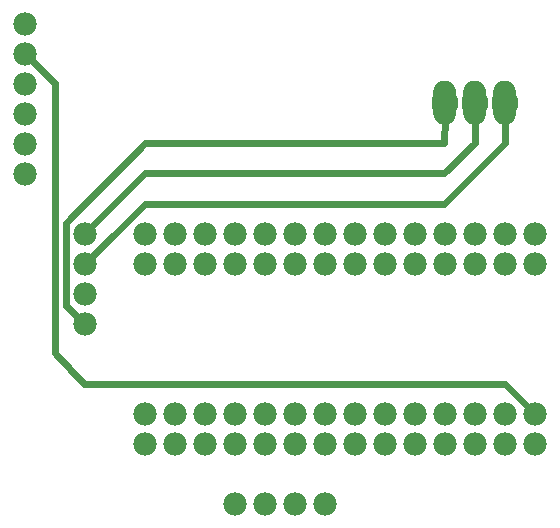
<source format=gtl>
G04 MADE WITH FRITZING*
G04 WWW.FRITZING.ORG*
G04 DOUBLE SIDED*
G04 HOLES PLATED*
G04 CONTOUR ON CENTER OF CONTOUR VECTOR*
%ASAXBY*%
%FSLAX23Y23*%
%MOIN*%
%OFA0B0*%
%SFA1.0B1.0*%
%ADD10C,0.078000*%
%ADD11C,0.090551*%
%ADD12C,0.024000*%
%ADD13R,0.001000X0.001000*%
%LNCOPPER1*%
G90*
G70*
G54D10*
X1779Y438D03*
X1679Y438D03*
X1579Y438D03*
X1479Y438D03*
X1379Y438D03*
X1279Y438D03*
X1179Y438D03*
X1079Y438D03*
X979Y438D03*
X879Y438D03*
X779Y438D03*
X679Y438D03*
X579Y438D03*
X479Y438D03*
X1779Y438D03*
X1679Y438D03*
X1579Y438D03*
X1479Y438D03*
X1379Y438D03*
X1279Y438D03*
X1179Y438D03*
X1079Y438D03*
X979Y438D03*
X879Y438D03*
X779Y438D03*
X679Y438D03*
X579Y438D03*
X479Y438D03*
X1779Y338D03*
X1679Y338D03*
X1579Y338D03*
X1479Y338D03*
X1379Y338D03*
X1279Y338D03*
X1179Y338D03*
X1079Y338D03*
X979Y338D03*
X879Y338D03*
X779Y338D03*
X679Y338D03*
X579Y338D03*
X479Y338D03*
X1779Y338D03*
X1679Y338D03*
X1579Y338D03*
X1479Y338D03*
X1379Y338D03*
X1279Y338D03*
X1179Y338D03*
X1079Y338D03*
X979Y338D03*
X879Y338D03*
X779Y338D03*
X679Y338D03*
X579Y338D03*
X479Y338D03*
X1779Y938D03*
X1679Y938D03*
X1579Y938D03*
X1479Y938D03*
X1379Y938D03*
X1279Y938D03*
X1179Y938D03*
X1079Y938D03*
X979Y938D03*
X879Y938D03*
X779Y938D03*
X679Y938D03*
X579Y938D03*
X479Y938D03*
X1779Y938D03*
X1679Y938D03*
X1579Y938D03*
X1479Y938D03*
X1379Y938D03*
X1279Y938D03*
X1179Y938D03*
X1079Y938D03*
X979Y938D03*
X879Y938D03*
X779Y938D03*
X679Y938D03*
X579Y938D03*
X479Y938D03*
X1779Y1038D03*
X1679Y1038D03*
X1579Y1038D03*
X1479Y1038D03*
X1379Y1038D03*
X1279Y1038D03*
X1179Y1038D03*
X1079Y1038D03*
X979Y1038D03*
X879Y1038D03*
X779Y1038D03*
X679Y1038D03*
X579Y1038D03*
X479Y1038D03*
X1779Y1038D03*
X1679Y1038D03*
X1579Y1038D03*
X1479Y1038D03*
X1379Y1038D03*
X1279Y1038D03*
X1179Y1038D03*
X1079Y1038D03*
X979Y1038D03*
X879Y1038D03*
X779Y1038D03*
X679Y1038D03*
X579Y1038D03*
X479Y1038D03*
G54D11*
X1679Y1473D03*
X1579Y1473D03*
X1479Y1473D03*
X1679Y1473D03*
X1579Y1473D03*
X1479Y1473D03*
G54D10*
X279Y738D03*
X279Y838D03*
X279Y938D03*
X279Y1038D03*
X279Y738D03*
X279Y838D03*
X279Y938D03*
X279Y1038D03*
X1079Y138D03*
X979Y138D03*
X879Y138D03*
X779Y138D03*
X1079Y138D03*
X979Y138D03*
X879Y138D03*
X779Y138D03*
X79Y1738D03*
X79Y1638D03*
X79Y1538D03*
X79Y1438D03*
X79Y1338D03*
X79Y1238D03*
X79Y1738D03*
X79Y1638D03*
X79Y1538D03*
X79Y1438D03*
X79Y1338D03*
X79Y1238D03*
G54D12*
X1679Y1340D02*
X1679Y1425D01*
D02*
X380Y1038D02*
X479Y1137D01*
D02*
X479Y1137D02*
X1476Y1137D01*
D02*
X1476Y1137D02*
X1679Y1340D01*
D02*
X300Y959D02*
X380Y1038D01*
D02*
X479Y1241D02*
X1476Y1241D01*
D02*
X1580Y1340D02*
X1579Y1425D01*
D02*
X1476Y1241D02*
X1580Y1340D01*
D02*
X300Y1060D02*
X479Y1241D01*
D02*
X217Y797D02*
X216Y1075D01*
D02*
X216Y1075D02*
X479Y1340D01*
D02*
X479Y1340D02*
X1476Y1340D01*
D02*
X1476Y1340D02*
X1478Y1425D01*
D02*
X257Y759D02*
X217Y797D01*
D02*
X178Y640D02*
X179Y1539D01*
D02*
X277Y538D02*
X178Y640D01*
D02*
X179Y1539D02*
X100Y1617D01*
D02*
X1680Y538D02*
X277Y538D01*
D02*
X1757Y460D02*
X1680Y538D01*
G54D13*
X1472Y1548D02*
X1483Y1548D01*
X1572Y1548D02*
X1583Y1548D01*
X1672Y1548D02*
X1683Y1548D01*
X1468Y1547D02*
X1488Y1547D01*
X1568Y1547D02*
X1588Y1547D01*
X1668Y1547D02*
X1688Y1547D01*
X1465Y1546D02*
X1491Y1546D01*
X1565Y1546D02*
X1591Y1546D01*
X1665Y1546D02*
X1691Y1546D01*
X1463Y1545D02*
X1493Y1545D01*
X1563Y1545D02*
X1593Y1545D01*
X1663Y1545D02*
X1693Y1545D01*
X1461Y1544D02*
X1495Y1544D01*
X1561Y1544D02*
X1595Y1544D01*
X1661Y1544D02*
X1695Y1544D01*
X1459Y1543D02*
X1497Y1543D01*
X1559Y1543D02*
X1597Y1543D01*
X1659Y1543D02*
X1697Y1543D01*
X1457Y1542D02*
X1498Y1542D01*
X1557Y1542D02*
X1598Y1542D01*
X1657Y1542D02*
X1698Y1542D01*
X1456Y1541D02*
X1500Y1541D01*
X1556Y1541D02*
X1600Y1541D01*
X1656Y1541D02*
X1700Y1541D01*
X1455Y1540D02*
X1501Y1540D01*
X1555Y1540D02*
X1601Y1540D01*
X1655Y1540D02*
X1701Y1540D01*
X1454Y1539D02*
X1502Y1539D01*
X1554Y1539D02*
X1602Y1539D01*
X1654Y1539D02*
X1702Y1539D01*
X1452Y1538D02*
X1503Y1538D01*
X1552Y1538D02*
X1603Y1538D01*
X1652Y1538D02*
X1703Y1538D01*
X1451Y1537D02*
X1504Y1537D01*
X1551Y1537D02*
X1604Y1537D01*
X1651Y1537D02*
X1704Y1537D01*
X1451Y1536D02*
X1505Y1536D01*
X1551Y1536D02*
X1605Y1536D01*
X1651Y1536D02*
X1705Y1536D01*
X1450Y1535D02*
X1506Y1535D01*
X1550Y1535D02*
X1606Y1535D01*
X1650Y1535D02*
X1706Y1535D01*
X1449Y1534D02*
X1507Y1534D01*
X1549Y1534D02*
X1607Y1534D01*
X1649Y1534D02*
X1707Y1534D01*
X1448Y1533D02*
X1507Y1533D01*
X1548Y1533D02*
X1607Y1533D01*
X1648Y1533D02*
X1707Y1533D01*
X1447Y1532D02*
X1508Y1532D01*
X1547Y1532D02*
X1608Y1532D01*
X1647Y1532D02*
X1708Y1532D01*
X1447Y1531D02*
X1509Y1531D01*
X1547Y1531D02*
X1609Y1531D01*
X1647Y1531D02*
X1709Y1531D01*
X1446Y1530D02*
X1509Y1530D01*
X1546Y1530D02*
X1609Y1530D01*
X1646Y1530D02*
X1709Y1530D01*
X1446Y1529D02*
X1510Y1529D01*
X1546Y1529D02*
X1610Y1529D01*
X1646Y1529D02*
X1710Y1529D01*
X1445Y1528D02*
X1510Y1528D01*
X1545Y1528D02*
X1610Y1528D01*
X1645Y1528D02*
X1710Y1528D01*
X1445Y1527D02*
X1511Y1527D01*
X1545Y1527D02*
X1611Y1527D01*
X1645Y1527D02*
X1711Y1527D01*
X1444Y1526D02*
X1511Y1526D01*
X1544Y1526D02*
X1611Y1526D01*
X1644Y1526D02*
X1711Y1526D01*
X1444Y1525D02*
X1512Y1525D01*
X1544Y1525D02*
X1612Y1525D01*
X1644Y1525D02*
X1712Y1525D01*
X1443Y1524D02*
X1512Y1524D01*
X1543Y1524D02*
X1612Y1524D01*
X1643Y1524D02*
X1712Y1524D01*
X1443Y1523D02*
X1512Y1523D01*
X1543Y1523D02*
X1612Y1523D01*
X1643Y1523D02*
X1712Y1523D01*
X1443Y1522D02*
X1513Y1522D01*
X1543Y1522D02*
X1613Y1522D01*
X1643Y1522D02*
X1713Y1522D01*
X1443Y1521D02*
X1513Y1521D01*
X1543Y1521D02*
X1613Y1521D01*
X1643Y1521D02*
X1713Y1521D01*
X1442Y1520D02*
X1513Y1520D01*
X1542Y1520D02*
X1613Y1520D01*
X1642Y1520D02*
X1713Y1520D01*
X1442Y1519D02*
X1514Y1519D01*
X1542Y1519D02*
X1614Y1519D01*
X1642Y1519D02*
X1713Y1519D01*
X1442Y1518D02*
X1514Y1518D01*
X1542Y1518D02*
X1614Y1518D01*
X1642Y1518D02*
X1714Y1518D01*
X1442Y1517D02*
X1514Y1517D01*
X1542Y1517D02*
X1614Y1517D01*
X1642Y1517D02*
X1714Y1517D01*
X1442Y1516D02*
X1514Y1516D01*
X1542Y1516D02*
X1614Y1516D01*
X1642Y1516D02*
X1714Y1516D01*
X1441Y1515D02*
X1514Y1515D01*
X1541Y1515D02*
X1614Y1515D01*
X1641Y1515D02*
X1714Y1515D01*
X1441Y1514D02*
X1514Y1514D01*
X1541Y1514D02*
X1614Y1514D01*
X1641Y1514D02*
X1714Y1514D01*
X1441Y1513D02*
X1514Y1513D01*
X1541Y1513D02*
X1614Y1513D01*
X1641Y1513D02*
X1714Y1513D01*
X1441Y1512D02*
X1514Y1512D01*
X1541Y1512D02*
X1614Y1512D01*
X1641Y1512D02*
X1714Y1512D01*
X1441Y1511D02*
X1514Y1511D01*
X1541Y1511D02*
X1614Y1511D01*
X1641Y1511D02*
X1714Y1511D01*
X1441Y1510D02*
X1514Y1510D01*
X1541Y1510D02*
X1614Y1510D01*
X1641Y1510D02*
X1714Y1510D01*
X1441Y1509D02*
X1514Y1509D01*
X1541Y1509D02*
X1614Y1509D01*
X1641Y1509D02*
X1714Y1509D01*
X1441Y1508D02*
X1514Y1508D01*
X1541Y1508D02*
X1614Y1508D01*
X1641Y1508D02*
X1714Y1508D01*
X1441Y1507D02*
X1514Y1507D01*
X1541Y1507D02*
X1614Y1507D01*
X1641Y1507D02*
X1714Y1507D01*
X1441Y1506D02*
X1514Y1506D01*
X1541Y1506D02*
X1614Y1506D01*
X1641Y1506D02*
X1714Y1506D01*
X1441Y1505D02*
X1514Y1505D01*
X1541Y1505D02*
X1614Y1505D01*
X1641Y1505D02*
X1714Y1505D01*
X1441Y1504D02*
X1514Y1504D01*
X1541Y1504D02*
X1614Y1504D01*
X1641Y1504D02*
X1714Y1504D01*
X1441Y1503D02*
X1514Y1503D01*
X1541Y1503D02*
X1614Y1503D01*
X1641Y1503D02*
X1714Y1503D01*
X1441Y1502D02*
X1514Y1502D01*
X1541Y1502D02*
X1614Y1502D01*
X1641Y1502D02*
X1714Y1502D01*
X1441Y1501D02*
X1514Y1501D01*
X1541Y1501D02*
X1614Y1501D01*
X1641Y1501D02*
X1714Y1501D01*
X1441Y1500D02*
X1514Y1500D01*
X1541Y1500D02*
X1614Y1500D01*
X1641Y1500D02*
X1714Y1500D01*
X1441Y1499D02*
X1514Y1499D01*
X1541Y1499D02*
X1614Y1499D01*
X1641Y1499D02*
X1714Y1499D01*
X1441Y1498D02*
X1514Y1498D01*
X1541Y1498D02*
X1614Y1498D01*
X1641Y1498D02*
X1714Y1498D01*
X1441Y1497D02*
X1514Y1497D01*
X1541Y1497D02*
X1614Y1497D01*
X1641Y1497D02*
X1714Y1497D01*
X1441Y1496D02*
X1473Y1496D01*
X1483Y1496D02*
X1514Y1496D01*
X1541Y1496D02*
X1573Y1496D01*
X1583Y1496D02*
X1614Y1496D01*
X1641Y1496D02*
X1673Y1496D01*
X1683Y1496D02*
X1714Y1496D01*
X1441Y1495D02*
X1469Y1495D01*
X1486Y1495D02*
X1514Y1495D01*
X1541Y1495D02*
X1569Y1495D01*
X1586Y1495D02*
X1614Y1495D01*
X1641Y1495D02*
X1669Y1495D01*
X1686Y1495D02*
X1714Y1495D01*
X1441Y1494D02*
X1467Y1494D01*
X1488Y1494D02*
X1514Y1494D01*
X1541Y1494D02*
X1567Y1494D01*
X1588Y1494D02*
X1614Y1494D01*
X1641Y1494D02*
X1667Y1494D01*
X1688Y1494D02*
X1714Y1494D01*
X1441Y1493D02*
X1465Y1493D01*
X1490Y1493D02*
X1514Y1493D01*
X1541Y1493D02*
X1565Y1493D01*
X1590Y1493D02*
X1614Y1493D01*
X1641Y1493D02*
X1665Y1493D01*
X1690Y1493D02*
X1714Y1493D01*
X1441Y1492D02*
X1464Y1492D01*
X1492Y1492D02*
X1514Y1492D01*
X1541Y1492D02*
X1564Y1492D01*
X1592Y1492D02*
X1614Y1492D01*
X1641Y1492D02*
X1664Y1492D01*
X1692Y1492D02*
X1714Y1492D01*
X1441Y1491D02*
X1463Y1491D01*
X1493Y1491D02*
X1514Y1491D01*
X1541Y1491D02*
X1563Y1491D01*
X1593Y1491D02*
X1614Y1491D01*
X1641Y1491D02*
X1663Y1491D01*
X1693Y1491D02*
X1714Y1491D01*
X1441Y1490D02*
X1462Y1490D01*
X1494Y1490D02*
X1514Y1490D01*
X1541Y1490D02*
X1562Y1490D01*
X1594Y1490D02*
X1614Y1490D01*
X1641Y1490D02*
X1662Y1490D01*
X1694Y1490D02*
X1714Y1490D01*
X1441Y1489D02*
X1461Y1489D01*
X1495Y1489D02*
X1514Y1489D01*
X1541Y1489D02*
X1561Y1489D01*
X1595Y1489D02*
X1614Y1489D01*
X1641Y1489D02*
X1661Y1489D01*
X1695Y1489D02*
X1714Y1489D01*
X1441Y1488D02*
X1460Y1488D01*
X1496Y1488D02*
X1514Y1488D01*
X1541Y1488D02*
X1560Y1488D01*
X1596Y1488D02*
X1614Y1488D01*
X1641Y1488D02*
X1660Y1488D01*
X1696Y1488D02*
X1714Y1488D01*
X1441Y1487D02*
X1459Y1487D01*
X1496Y1487D02*
X1514Y1487D01*
X1541Y1487D02*
X1559Y1487D01*
X1596Y1487D02*
X1614Y1487D01*
X1641Y1487D02*
X1659Y1487D01*
X1696Y1487D02*
X1714Y1487D01*
X1441Y1486D02*
X1459Y1486D01*
X1497Y1486D02*
X1514Y1486D01*
X1541Y1486D02*
X1559Y1486D01*
X1597Y1486D02*
X1614Y1486D01*
X1641Y1486D02*
X1659Y1486D01*
X1697Y1486D02*
X1714Y1486D01*
X1441Y1485D02*
X1458Y1485D01*
X1498Y1485D02*
X1514Y1485D01*
X1541Y1485D02*
X1558Y1485D01*
X1598Y1485D02*
X1614Y1485D01*
X1641Y1485D02*
X1658Y1485D01*
X1697Y1485D02*
X1714Y1485D01*
X1441Y1484D02*
X1458Y1484D01*
X1498Y1484D02*
X1514Y1484D01*
X1541Y1484D02*
X1557Y1484D01*
X1598Y1484D02*
X1614Y1484D01*
X1641Y1484D02*
X1657Y1484D01*
X1698Y1484D02*
X1714Y1484D01*
X1441Y1483D02*
X1457Y1483D01*
X1499Y1483D02*
X1514Y1483D01*
X1541Y1483D02*
X1557Y1483D01*
X1599Y1483D02*
X1614Y1483D01*
X1641Y1483D02*
X1657Y1483D01*
X1699Y1483D02*
X1714Y1483D01*
X1441Y1482D02*
X1457Y1482D01*
X1499Y1482D02*
X1514Y1482D01*
X1541Y1482D02*
X1557Y1482D01*
X1599Y1482D02*
X1614Y1482D01*
X1641Y1482D02*
X1657Y1482D01*
X1699Y1482D02*
X1714Y1482D01*
X1441Y1481D02*
X1456Y1481D01*
X1499Y1481D02*
X1514Y1481D01*
X1541Y1481D02*
X1556Y1481D01*
X1599Y1481D02*
X1614Y1481D01*
X1641Y1481D02*
X1656Y1481D01*
X1699Y1481D02*
X1714Y1481D01*
X1441Y1480D02*
X1456Y1480D01*
X1500Y1480D02*
X1514Y1480D01*
X1541Y1480D02*
X1556Y1480D01*
X1600Y1480D02*
X1614Y1480D01*
X1641Y1480D02*
X1656Y1480D01*
X1699Y1480D02*
X1714Y1480D01*
X1441Y1479D02*
X1456Y1479D01*
X1500Y1479D02*
X1514Y1479D01*
X1541Y1479D02*
X1556Y1479D01*
X1600Y1479D02*
X1614Y1479D01*
X1641Y1479D02*
X1656Y1479D01*
X1700Y1479D02*
X1714Y1479D01*
X1441Y1478D02*
X1456Y1478D01*
X1500Y1478D02*
X1514Y1478D01*
X1541Y1478D02*
X1556Y1478D01*
X1600Y1478D02*
X1614Y1478D01*
X1641Y1478D02*
X1656Y1478D01*
X1700Y1478D02*
X1714Y1478D01*
X1441Y1477D02*
X1455Y1477D01*
X1500Y1477D02*
X1514Y1477D01*
X1541Y1477D02*
X1555Y1477D01*
X1600Y1477D02*
X1614Y1477D01*
X1641Y1477D02*
X1655Y1477D01*
X1700Y1477D02*
X1714Y1477D01*
X1441Y1476D02*
X1455Y1476D01*
X1500Y1476D02*
X1514Y1476D01*
X1541Y1476D02*
X1555Y1476D01*
X1600Y1476D02*
X1614Y1476D01*
X1641Y1476D02*
X1655Y1476D01*
X1700Y1476D02*
X1714Y1476D01*
X1441Y1475D02*
X1455Y1475D01*
X1500Y1475D02*
X1514Y1475D01*
X1541Y1475D02*
X1555Y1475D01*
X1600Y1475D02*
X1614Y1475D01*
X1641Y1475D02*
X1655Y1475D01*
X1700Y1475D02*
X1714Y1475D01*
X1441Y1474D02*
X1455Y1474D01*
X1500Y1474D02*
X1514Y1474D01*
X1541Y1474D02*
X1555Y1474D01*
X1600Y1474D02*
X1614Y1474D01*
X1641Y1474D02*
X1655Y1474D01*
X1700Y1474D02*
X1714Y1474D01*
X1441Y1473D02*
X1455Y1473D01*
X1500Y1473D02*
X1514Y1473D01*
X1541Y1473D02*
X1555Y1473D01*
X1600Y1473D02*
X1614Y1473D01*
X1641Y1473D02*
X1655Y1473D01*
X1700Y1473D02*
X1714Y1473D01*
X1441Y1472D02*
X1455Y1472D01*
X1500Y1472D02*
X1514Y1472D01*
X1541Y1472D02*
X1555Y1472D01*
X1600Y1472D02*
X1614Y1472D01*
X1641Y1472D02*
X1655Y1472D01*
X1700Y1472D02*
X1714Y1472D01*
X1441Y1471D02*
X1456Y1471D01*
X1500Y1471D02*
X1514Y1471D01*
X1541Y1471D02*
X1556Y1471D01*
X1600Y1471D02*
X1614Y1471D01*
X1641Y1471D02*
X1656Y1471D01*
X1700Y1471D02*
X1714Y1471D01*
X1441Y1470D02*
X1456Y1470D01*
X1500Y1470D02*
X1514Y1470D01*
X1541Y1470D02*
X1556Y1470D01*
X1600Y1470D02*
X1614Y1470D01*
X1641Y1470D02*
X1656Y1470D01*
X1700Y1470D02*
X1714Y1470D01*
X1441Y1469D02*
X1456Y1469D01*
X1499Y1469D02*
X1514Y1469D01*
X1541Y1469D02*
X1556Y1469D01*
X1599Y1469D02*
X1614Y1469D01*
X1641Y1469D02*
X1656Y1469D01*
X1699Y1469D02*
X1714Y1469D01*
X1441Y1468D02*
X1456Y1468D01*
X1499Y1468D02*
X1514Y1468D01*
X1541Y1468D02*
X1556Y1468D01*
X1599Y1468D02*
X1614Y1468D01*
X1641Y1468D02*
X1656Y1468D01*
X1699Y1468D02*
X1714Y1468D01*
X1441Y1467D02*
X1457Y1467D01*
X1499Y1467D02*
X1514Y1467D01*
X1541Y1467D02*
X1557Y1467D01*
X1599Y1467D02*
X1614Y1467D01*
X1641Y1467D02*
X1657Y1467D01*
X1699Y1467D02*
X1714Y1467D01*
X1441Y1466D02*
X1457Y1466D01*
X1499Y1466D02*
X1514Y1466D01*
X1541Y1466D02*
X1557Y1466D01*
X1599Y1466D02*
X1614Y1466D01*
X1641Y1466D02*
X1657Y1466D01*
X1699Y1466D02*
X1714Y1466D01*
X1441Y1465D02*
X1458Y1465D01*
X1498Y1465D02*
X1514Y1465D01*
X1541Y1465D02*
X1558Y1465D01*
X1598Y1465D02*
X1614Y1465D01*
X1641Y1465D02*
X1658Y1465D01*
X1698Y1465D02*
X1714Y1465D01*
X1441Y1464D02*
X1458Y1464D01*
X1497Y1464D02*
X1514Y1464D01*
X1541Y1464D02*
X1558Y1464D01*
X1597Y1464D02*
X1614Y1464D01*
X1641Y1464D02*
X1658Y1464D01*
X1697Y1464D02*
X1714Y1464D01*
X1441Y1463D02*
X1459Y1463D01*
X1497Y1463D02*
X1514Y1463D01*
X1541Y1463D02*
X1559Y1463D01*
X1597Y1463D02*
X1614Y1463D01*
X1641Y1463D02*
X1659Y1463D01*
X1697Y1463D02*
X1714Y1463D01*
X1441Y1462D02*
X1459Y1462D01*
X1496Y1462D02*
X1514Y1462D01*
X1541Y1462D02*
X1559Y1462D01*
X1596Y1462D02*
X1614Y1462D01*
X1641Y1462D02*
X1659Y1462D01*
X1696Y1462D02*
X1714Y1462D01*
X1441Y1461D02*
X1460Y1461D01*
X1495Y1461D02*
X1514Y1461D01*
X1541Y1461D02*
X1560Y1461D01*
X1595Y1461D02*
X1614Y1461D01*
X1641Y1461D02*
X1660Y1461D01*
X1695Y1461D02*
X1714Y1461D01*
X1441Y1460D02*
X1461Y1460D01*
X1495Y1460D02*
X1514Y1460D01*
X1541Y1460D02*
X1561Y1460D01*
X1595Y1460D02*
X1614Y1460D01*
X1641Y1460D02*
X1661Y1460D01*
X1695Y1460D02*
X1714Y1460D01*
X1441Y1459D02*
X1462Y1459D01*
X1494Y1459D02*
X1514Y1459D01*
X1541Y1459D02*
X1562Y1459D01*
X1594Y1459D02*
X1614Y1459D01*
X1641Y1459D02*
X1662Y1459D01*
X1694Y1459D02*
X1714Y1459D01*
X1441Y1458D02*
X1463Y1458D01*
X1493Y1458D02*
X1514Y1458D01*
X1541Y1458D02*
X1563Y1458D01*
X1593Y1458D02*
X1614Y1458D01*
X1641Y1458D02*
X1663Y1458D01*
X1693Y1458D02*
X1714Y1458D01*
X1441Y1457D02*
X1464Y1457D01*
X1491Y1457D02*
X1514Y1457D01*
X1541Y1457D02*
X1564Y1457D01*
X1591Y1457D02*
X1614Y1457D01*
X1641Y1457D02*
X1664Y1457D01*
X1691Y1457D02*
X1714Y1457D01*
X1441Y1456D02*
X1466Y1456D01*
X1490Y1456D02*
X1514Y1456D01*
X1541Y1456D02*
X1566Y1456D01*
X1590Y1456D02*
X1614Y1456D01*
X1641Y1456D02*
X1666Y1456D01*
X1690Y1456D02*
X1714Y1456D01*
X1441Y1455D02*
X1467Y1455D01*
X1488Y1455D02*
X1514Y1455D01*
X1541Y1455D02*
X1567Y1455D01*
X1588Y1455D02*
X1614Y1455D01*
X1641Y1455D02*
X1667Y1455D01*
X1688Y1455D02*
X1714Y1455D01*
X1441Y1454D02*
X1470Y1454D01*
X1486Y1454D02*
X1514Y1454D01*
X1541Y1454D02*
X1570Y1454D01*
X1586Y1454D02*
X1614Y1454D01*
X1641Y1454D02*
X1670Y1454D01*
X1686Y1454D02*
X1714Y1454D01*
X1441Y1453D02*
X1473Y1453D01*
X1483Y1453D02*
X1514Y1453D01*
X1541Y1453D02*
X1573Y1453D01*
X1583Y1453D02*
X1614Y1453D01*
X1641Y1453D02*
X1673Y1453D01*
X1683Y1453D02*
X1714Y1453D01*
X1441Y1452D02*
X1514Y1452D01*
X1541Y1452D02*
X1614Y1452D01*
X1641Y1452D02*
X1714Y1452D01*
X1441Y1451D02*
X1514Y1451D01*
X1541Y1451D02*
X1614Y1451D01*
X1641Y1451D02*
X1714Y1451D01*
X1441Y1450D02*
X1514Y1450D01*
X1541Y1450D02*
X1614Y1450D01*
X1641Y1450D02*
X1714Y1450D01*
X1441Y1449D02*
X1514Y1449D01*
X1541Y1449D02*
X1614Y1449D01*
X1641Y1449D02*
X1714Y1449D01*
X1441Y1448D02*
X1514Y1448D01*
X1541Y1448D02*
X1614Y1448D01*
X1641Y1448D02*
X1714Y1448D01*
X1441Y1447D02*
X1514Y1447D01*
X1541Y1447D02*
X1614Y1447D01*
X1641Y1447D02*
X1714Y1447D01*
X1441Y1446D02*
X1514Y1446D01*
X1541Y1446D02*
X1614Y1446D01*
X1641Y1446D02*
X1714Y1446D01*
X1441Y1445D02*
X1514Y1445D01*
X1541Y1445D02*
X1614Y1445D01*
X1641Y1445D02*
X1714Y1445D01*
X1441Y1444D02*
X1514Y1444D01*
X1541Y1444D02*
X1614Y1444D01*
X1641Y1444D02*
X1714Y1444D01*
X1441Y1443D02*
X1514Y1443D01*
X1541Y1443D02*
X1614Y1443D01*
X1641Y1443D02*
X1714Y1443D01*
X1441Y1442D02*
X1514Y1442D01*
X1541Y1442D02*
X1614Y1442D01*
X1641Y1442D02*
X1714Y1442D01*
X1441Y1441D02*
X1514Y1441D01*
X1541Y1441D02*
X1614Y1441D01*
X1641Y1441D02*
X1714Y1441D01*
X1441Y1440D02*
X1514Y1440D01*
X1541Y1440D02*
X1614Y1440D01*
X1641Y1440D02*
X1714Y1440D01*
X1441Y1439D02*
X1514Y1439D01*
X1541Y1439D02*
X1614Y1439D01*
X1641Y1439D02*
X1714Y1439D01*
X1441Y1438D02*
X1514Y1438D01*
X1541Y1438D02*
X1614Y1438D01*
X1641Y1438D02*
X1714Y1438D01*
X1441Y1437D02*
X1514Y1437D01*
X1541Y1437D02*
X1614Y1437D01*
X1641Y1437D02*
X1714Y1437D01*
X1441Y1436D02*
X1514Y1436D01*
X1541Y1436D02*
X1614Y1436D01*
X1641Y1436D02*
X1714Y1436D01*
X1441Y1435D02*
X1514Y1435D01*
X1541Y1435D02*
X1614Y1435D01*
X1641Y1435D02*
X1714Y1435D01*
X1441Y1434D02*
X1514Y1434D01*
X1541Y1434D02*
X1614Y1434D01*
X1641Y1434D02*
X1714Y1434D01*
X1442Y1433D02*
X1514Y1433D01*
X1542Y1433D02*
X1614Y1433D01*
X1642Y1433D02*
X1714Y1433D01*
X1442Y1432D02*
X1514Y1432D01*
X1542Y1432D02*
X1614Y1432D01*
X1642Y1432D02*
X1714Y1432D01*
X1442Y1431D02*
X1514Y1431D01*
X1542Y1431D02*
X1614Y1431D01*
X1642Y1431D02*
X1714Y1431D01*
X1442Y1430D02*
X1514Y1430D01*
X1542Y1430D02*
X1613Y1430D01*
X1642Y1430D02*
X1713Y1430D01*
X1442Y1429D02*
X1513Y1429D01*
X1542Y1429D02*
X1613Y1429D01*
X1642Y1429D02*
X1713Y1429D01*
X1443Y1428D02*
X1513Y1428D01*
X1543Y1428D02*
X1613Y1428D01*
X1643Y1428D02*
X1713Y1428D01*
X1443Y1427D02*
X1513Y1427D01*
X1543Y1427D02*
X1613Y1427D01*
X1643Y1427D02*
X1713Y1427D01*
X1443Y1426D02*
X1512Y1426D01*
X1543Y1426D02*
X1612Y1426D01*
X1643Y1426D02*
X1712Y1426D01*
X1444Y1425D02*
X1512Y1425D01*
X1544Y1425D02*
X1612Y1425D01*
X1643Y1425D02*
X1712Y1425D01*
X1444Y1424D02*
X1512Y1424D01*
X1544Y1424D02*
X1612Y1424D01*
X1644Y1424D02*
X1712Y1424D01*
X1444Y1423D02*
X1511Y1423D01*
X1544Y1423D02*
X1611Y1423D01*
X1644Y1423D02*
X1711Y1423D01*
X1445Y1422D02*
X1511Y1422D01*
X1545Y1422D02*
X1611Y1422D01*
X1645Y1422D02*
X1711Y1422D01*
X1445Y1421D02*
X1510Y1421D01*
X1545Y1421D02*
X1610Y1421D01*
X1645Y1421D02*
X1710Y1421D01*
X1446Y1420D02*
X1510Y1420D01*
X1546Y1420D02*
X1610Y1420D01*
X1646Y1420D02*
X1710Y1420D01*
X1446Y1419D02*
X1509Y1419D01*
X1546Y1419D02*
X1609Y1419D01*
X1646Y1419D02*
X1709Y1419D01*
X1447Y1418D02*
X1509Y1418D01*
X1547Y1418D02*
X1609Y1418D01*
X1647Y1418D02*
X1709Y1418D01*
X1448Y1417D02*
X1508Y1417D01*
X1548Y1417D02*
X1608Y1417D01*
X1648Y1417D02*
X1708Y1417D01*
X1448Y1416D02*
X1507Y1416D01*
X1548Y1416D02*
X1607Y1416D01*
X1648Y1416D02*
X1707Y1416D01*
X1449Y1415D02*
X1507Y1415D01*
X1549Y1415D02*
X1607Y1415D01*
X1649Y1415D02*
X1707Y1415D01*
X1450Y1414D02*
X1506Y1414D01*
X1550Y1414D02*
X1606Y1414D01*
X1650Y1414D02*
X1706Y1414D01*
X1451Y1413D02*
X1505Y1413D01*
X1551Y1413D02*
X1605Y1413D01*
X1651Y1413D02*
X1705Y1413D01*
X1452Y1412D02*
X1504Y1412D01*
X1552Y1412D02*
X1604Y1412D01*
X1652Y1412D02*
X1704Y1412D01*
X1453Y1411D02*
X1503Y1411D01*
X1553Y1411D02*
X1603Y1411D01*
X1653Y1411D02*
X1703Y1411D01*
X1454Y1410D02*
X1502Y1410D01*
X1554Y1410D02*
X1602Y1410D01*
X1654Y1410D02*
X1702Y1410D01*
X1455Y1409D02*
X1501Y1409D01*
X1555Y1409D02*
X1601Y1409D01*
X1655Y1409D02*
X1701Y1409D01*
X1456Y1408D02*
X1499Y1408D01*
X1556Y1408D02*
X1599Y1408D01*
X1656Y1408D02*
X1699Y1408D01*
X1457Y1407D02*
X1498Y1407D01*
X1557Y1407D02*
X1598Y1407D01*
X1657Y1407D02*
X1698Y1407D01*
X1459Y1406D02*
X1497Y1406D01*
X1559Y1406D02*
X1597Y1406D01*
X1659Y1406D02*
X1696Y1406D01*
X1461Y1405D02*
X1495Y1405D01*
X1561Y1405D02*
X1595Y1405D01*
X1661Y1405D02*
X1695Y1405D01*
X1463Y1404D02*
X1493Y1404D01*
X1563Y1404D02*
X1593Y1404D01*
X1663Y1404D02*
X1693Y1404D01*
X1465Y1403D02*
X1490Y1403D01*
X1565Y1403D02*
X1590Y1403D01*
X1665Y1403D02*
X1690Y1403D01*
X1468Y1402D02*
X1487Y1402D01*
X1568Y1402D02*
X1587Y1402D01*
X1668Y1402D02*
X1687Y1402D01*
X1473Y1401D02*
X1483Y1401D01*
X1573Y1401D02*
X1583Y1401D01*
X1673Y1401D02*
X1683Y1401D01*
D02*
G04 End of Copper1*
M02*
</source>
